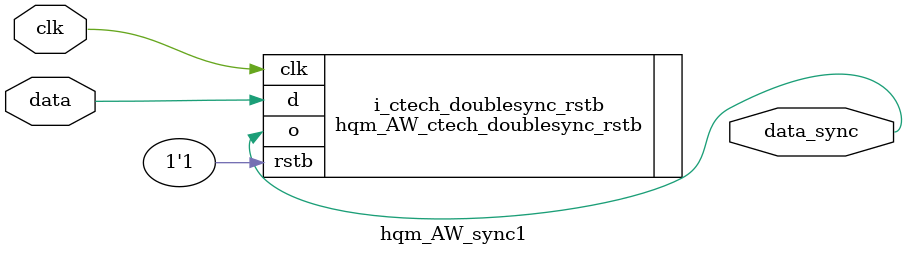
<source format=sv>

module hqm_AW_sync1
(
     input  logic               clk
    ,input  logic               data

    ,output logic               data_sync
);

//-----------------------------------------------------------------------------------------------------
// collage-pragma translate_off


  hqm_AW_ctech_doublesync_rstb i_ctech_doublesync_rstb (

     .clk   (clk)
    ,.rstb  (1'b1)
    ,.d     (data)

    ,.o     (data_sync)
  );

// collage-pragma translate_on
endmodule // AW_sync1


</source>
